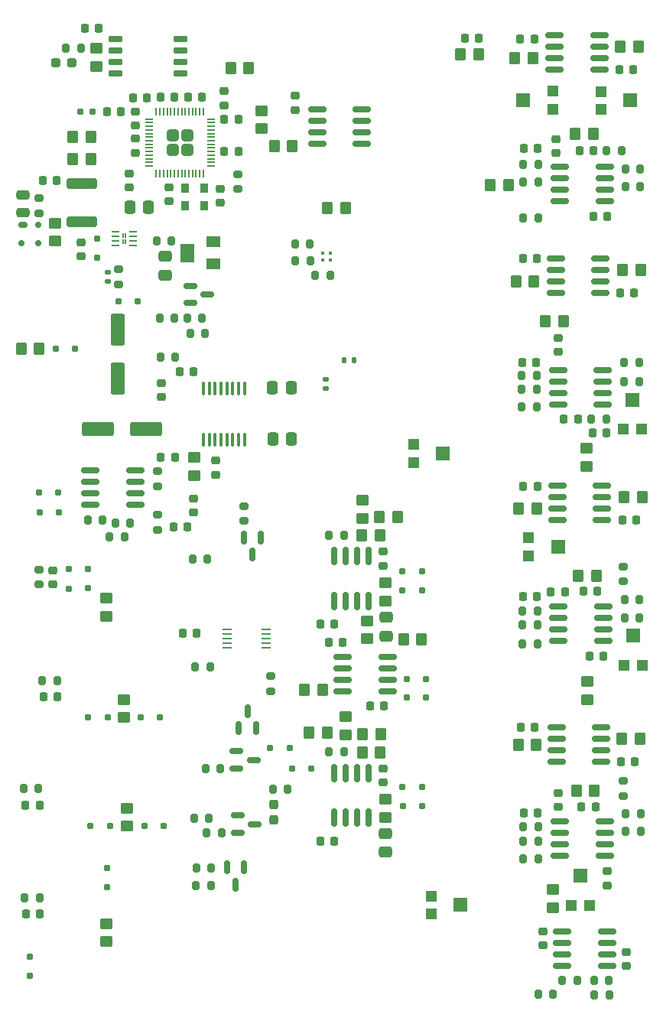
<source format=gbr>
%TF.GenerationSoftware,KiCad,Pcbnew,8.0.5*%
%TF.CreationDate,2025-01-26T22:40:45-08:00*%
%TF.ProjectId,main_board,6d61696e-5f62-46f6-9172-642e6b696361,1.0*%
%TF.SameCoordinates,Original*%
%TF.FileFunction,Paste,Bot*%
%TF.FilePolarity,Positive*%
%FSLAX46Y46*%
G04 Gerber Fmt 4.6, Leading zero omitted, Abs format (unit mm)*
G04 Created by KiCad (PCBNEW 8.0.5) date 2025-01-26 22:40:45*
%MOMM*%
%LPD*%
G01*
G04 APERTURE LIST*
G04 Aperture macros list*
%AMRoundRect*
0 Rectangle with rounded corners*
0 $1 Rounding radius*
0 $2 $3 $4 $5 $6 $7 $8 $9 X,Y pos of 4 corners*
0 Add a 4 corners polygon primitive as box body*
4,1,4,$2,$3,$4,$5,$6,$7,$8,$9,$2,$3,0*
0 Add four circle primitives for the rounded corners*
1,1,$1+$1,$2,$3*
1,1,$1+$1,$4,$5*
1,1,$1+$1,$6,$7*
1,1,$1+$1,$8,$9*
0 Add four rect primitives between the rounded corners*
20,1,$1+$1,$2,$3,$4,$5,0*
20,1,$1+$1,$4,$5,$6,$7,0*
20,1,$1+$1,$6,$7,$8,$9,0*
20,1,$1+$1,$8,$9,$2,$3,0*%
G04 Aperture macros list end*
%ADD10RoundRect,0.250000X0.350000X0.450000X-0.350000X0.450000X-0.350000X-0.450000X0.350000X-0.450000X0*%
%ADD11RoundRect,0.225000X-0.225000X-0.250000X0.225000X-0.250000X0.225000X0.250000X-0.225000X0.250000X0*%
%ADD12RoundRect,0.200000X-0.200000X-0.275000X0.200000X-0.275000X0.200000X0.275000X-0.200000X0.275000X0*%
%ADD13RoundRect,0.200000X0.200000X0.275000X-0.200000X0.275000X-0.200000X-0.275000X0.200000X-0.275000X0*%
%ADD14RoundRect,0.200000X0.275000X-0.200000X0.275000X0.200000X-0.275000X0.200000X-0.275000X-0.200000X0*%
%ADD15RoundRect,0.250000X0.337500X0.475000X-0.337500X0.475000X-0.337500X-0.475000X0.337500X-0.475000X0*%
%ADD16RoundRect,0.225000X0.250000X-0.225000X0.250000X0.225000X-0.250000X0.225000X-0.250000X-0.225000X0*%
%ADD17RoundRect,0.250000X-0.450000X0.350000X-0.450000X-0.350000X0.450000X-0.350000X0.450000X0.350000X0*%
%ADD18RoundRect,0.225000X0.225000X0.250000X-0.225000X0.250000X-0.225000X-0.250000X0.225000X-0.250000X0*%
%ADD19R,1.200000X1.200000*%
%ADD20R,1.500000X1.600000*%
%ADD21RoundRect,0.175000X-0.175000X-0.175000X0.175000X-0.175000X0.175000X0.175000X-0.175000X0.175000X0*%
%ADD22RoundRect,0.250000X-0.475000X0.337500X-0.475000X-0.337500X0.475000X-0.337500X0.475000X0.337500X0*%
%ADD23RoundRect,0.150000X0.825000X0.150000X-0.825000X0.150000X-0.825000X-0.150000X0.825000X-0.150000X0*%
%ADD24RoundRect,0.250000X-0.350000X-0.450000X0.350000X-0.450000X0.350000X0.450000X-0.350000X0.450000X0*%
%ADD25R,0.450000X0.450000*%
%ADD26RoundRect,0.225000X-0.250000X0.225000X-0.250000X-0.225000X0.250000X-0.225000X0.250000X0.225000X0*%
%ADD27RoundRect,0.060000X0.060000X0.180000X-0.060000X0.180000X-0.060000X-0.180000X0.060000X-0.180000X0*%
%ADD28RoundRect,0.062500X0.325000X0.062500X-0.325000X0.062500X-0.325000X-0.062500X0.325000X-0.062500X0*%
%ADD29RoundRect,0.237500X0.237500X-0.287500X0.237500X0.287500X-0.237500X0.287500X-0.237500X-0.287500X0*%
%ADD30RoundRect,0.175000X-0.175000X0.175000X-0.175000X-0.175000X0.175000X-0.175000X0.175000X0.175000X0*%
%ADD31R,1.100000X0.250000*%
%ADD32RoundRect,0.150000X-0.587500X-0.150000X0.587500X-0.150000X0.587500X0.150000X-0.587500X0.150000X0*%
%ADD33RoundRect,0.175000X-0.325000X0.175000X-0.325000X-0.175000X0.325000X-0.175000X0.325000X0.175000X0*%
%ADD34RoundRect,0.150000X-0.150000X0.200000X-0.150000X-0.200000X0.150000X-0.200000X0.150000X0.200000X0*%
%ADD35RoundRect,0.250000X0.450000X-0.350000X0.450000X0.350000X-0.450000X0.350000X-0.450000X-0.350000X0*%
%ADD36RoundRect,0.150000X-0.150000X0.825000X-0.150000X-0.825000X0.150000X-0.825000X0.150000X0.825000X0*%
%ADD37RoundRect,0.250000X0.475000X-0.250000X0.475000X0.250000X-0.475000X0.250000X-0.475000X-0.250000X0*%
%ADD38R,1.600000X1.300000*%
%ADD39R,1.600000X2.000000*%
%ADD40RoundRect,0.150000X0.650000X0.150000X-0.650000X0.150000X-0.650000X-0.150000X0.650000X-0.150000X0*%
%ADD41RoundRect,0.135000X0.185000X-0.135000X0.185000X0.135000X-0.185000X0.135000X-0.185000X-0.135000X0*%
%ADD42RoundRect,0.175000X0.175000X0.175000X-0.175000X0.175000X-0.175000X-0.175000X0.175000X-0.175000X0*%
%ADD43R,1.600000X1.500000*%
%ADD44RoundRect,0.200000X-0.275000X0.200000X-0.275000X-0.200000X0.275000X-0.200000X0.275000X0.200000X0*%
%ADD45RoundRect,0.250000X0.475000X-0.337500X0.475000X0.337500X-0.475000X0.337500X-0.475000X-0.337500X0*%
%ADD46RoundRect,0.162500X0.162500X0.187500X-0.162500X0.187500X-0.162500X-0.187500X0.162500X-0.187500X0*%
%ADD47RoundRect,0.135000X0.135000X0.185000X-0.135000X0.185000X-0.135000X-0.185000X0.135000X-0.185000X0*%
%ADD48RoundRect,0.250000X-0.550000X1.500000X-0.550000X-1.500000X0.550000X-1.500000X0.550000X1.500000X0*%
%ADD49RoundRect,0.150000X0.150000X-0.587500X0.150000X0.587500X-0.150000X0.587500X-0.150000X-0.587500X0*%
%ADD50RoundRect,0.100000X0.100000X-0.637500X0.100000X0.637500X-0.100000X0.637500X-0.100000X-0.637500X0*%
%ADD51RoundRect,0.175000X0.175000X-0.175000X0.175000X0.175000X-0.175000X0.175000X-0.175000X-0.175000X0*%
%ADD52RoundRect,0.237500X-0.287500X-0.237500X0.287500X-0.237500X0.287500X0.237500X-0.287500X0.237500X0*%
%ADD53RoundRect,0.249999X0.395001X0.395001X-0.395001X0.395001X-0.395001X-0.395001X0.395001X-0.395001X0*%
%ADD54RoundRect,0.050000X0.387500X0.050000X-0.387500X0.050000X-0.387500X-0.050000X0.387500X-0.050000X0*%
%ADD55RoundRect,0.050000X0.050000X0.387500X-0.050000X0.387500X-0.050000X-0.387500X0.050000X-0.387500X0*%
%ADD56RoundRect,0.150000X-0.150000X0.587500X-0.150000X-0.587500X0.150000X-0.587500X0.150000X0.587500X0*%
%ADD57RoundRect,0.150000X-0.825000X-0.150000X0.825000X-0.150000X0.825000X0.150000X-0.825000X0.150000X0*%
%ADD58R,0.900000X1.000000*%
%ADD59RoundRect,0.250000X1.450000X-0.312500X1.450000X0.312500X-1.450000X0.312500X-1.450000X-0.312500X0*%
%ADD60RoundRect,0.250000X-1.500000X-0.550000X1.500000X-0.550000X1.500000X0.550000X-1.500000X0.550000X0*%
G04 APERTURE END LIST*
D10*
X119660000Y-77710000D03*
X117660000Y-77710000D03*
D11*
X106515000Y-87910000D03*
X108065000Y-87910000D03*
D12*
X69425000Y-83000000D03*
X71075000Y-83000000D03*
D13*
X55025000Y-123150000D03*
X53375000Y-123150000D03*
D14*
X61850000Y-79305000D03*
X61850000Y-77655000D03*
D13*
X108095000Y-92860000D03*
X106445000Y-92860000D03*
D12*
X117845000Y-114225000D03*
X119495000Y-114225000D03*
D15*
X80917500Y-90730000D03*
X78842500Y-90730000D03*
D16*
X73550000Y-59460000D03*
X73550000Y-57910000D03*
D17*
X113620000Y-97460000D03*
X113620000Y-99460000D03*
D18*
X85700000Y-116910000D03*
X84150000Y-116910000D03*
D12*
X117955000Y-66495000D03*
X119605000Y-66495000D03*
D19*
X94505000Y-99050000D03*
D20*
X97755000Y-98050000D03*
D19*
X94505000Y-97050000D03*
D21*
X58715000Y-139250000D03*
X60865000Y-139250000D03*
D13*
X108195000Y-117025000D03*
X106545000Y-117025000D03*
D22*
X67000000Y-76212500D03*
X67000000Y-78287500D03*
D23*
X115445000Y-88805000D03*
X115445000Y-90075000D03*
X115445000Y-91345000D03*
X115445000Y-92615000D03*
X110495000Y-92615000D03*
X110495000Y-91345000D03*
X110495000Y-90075000D03*
X110495000Y-88805000D03*
D13*
X83030000Y-74800000D03*
X81380000Y-74800000D03*
D17*
X109880000Y-146290000D03*
X109880000Y-148290000D03*
D24*
X112700000Y-111530000D03*
X114700000Y-111530000D03*
D11*
X73550000Y-64600000D03*
X75100000Y-64600000D03*
D13*
X72100000Y-143900000D03*
X70450000Y-143900000D03*
D12*
X117985000Y-139860000D03*
X119635000Y-139860000D03*
D23*
X88775000Y-59895000D03*
X88775000Y-61165000D03*
X88775000Y-62435000D03*
X88775000Y-63705000D03*
X83825000Y-63705000D03*
X83825000Y-62435000D03*
X83825000Y-61165000D03*
X83825000Y-59895000D03*
D12*
X117795000Y-87960000D03*
X119445000Y-87960000D03*
D16*
X81360000Y-59990000D03*
X81360000Y-58440000D03*
D25*
X85240000Y-75840000D03*
X84470000Y-75840000D03*
X84470000Y-76610000D03*
X85240000Y-76610000D03*
D26*
X67450000Y-68525000D03*
X67450000Y-70075000D03*
D10*
X95390000Y-118630000D03*
X93390000Y-118630000D03*
D27*
X62625000Y-74535000D03*
X62625000Y-73935000D03*
X62325000Y-74535000D03*
X62325000Y-73935000D03*
D28*
X63437500Y-73485000D03*
X63437500Y-73985000D03*
X63437500Y-74485000D03*
X63437500Y-74985000D03*
X61512500Y-74985000D03*
X61512500Y-74485000D03*
X61512500Y-73985000D03*
X61512500Y-73485000D03*
D23*
X115920000Y-150950000D03*
X115920000Y-152220000D03*
X115920000Y-153490000D03*
X115920000Y-154760000D03*
X110970000Y-154760000D03*
X110970000Y-153490000D03*
X110970000Y-152220000D03*
X110970000Y-150950000D03*
D13*
X108275000Y-139360000D03*
X106625000Y-139360000D03*
X108095000Y-90910000D03*
X106445000Y-90910000D03*
D29*
X79000000Y-138600000D03*
X79000000Y-136850000D03*
D16*
X110500000Y-137160000D03*
X110500000Y-135610000D03*
D30*
X59460000Y-74215000D03*
X59460000Y-76365000D03*
D31*
X78165000Y-117490000D03*
X78165000Y-117990000D03*
X78165000Y-118490000D03*
X78165000Y-118990000D03*
X78165000Y-119490000D03*
X73865000Y-119490000D03*
X73865000Y-118990000D03*
X73865000Y-118490000D03*
X73865000Y-117990000D03*
X73865000Y-117490000D03*
D15*
X65137500Y-70800000D03*
X63062500Y-70800000D03*
D17*
X59345000Y-53150000D03*
X59345000Y-55150000D03*
D23*
X115635000Y-138755000D03*
X115635000Y-140025000D03*
X115635000Y-141295000D03*
X115635000Y-142565000D03*
X110685000Y-142565000D03*
X110685000Y-141295000D03*
X110685000Y-140025000D03*
X110685000Y-138755000D03*
D13*
X108195000Y-119075000D03*
X106545000Y-119075000D03*
X73225000Y-140000000D03*
X71575000Y-140000000D03*
D32*
X74900000Y-132900000D03*
X74900000Y-131000000D03*
X76775000Y-131950000D03*
D11*
X69530000Y-58600000D03*
X71080000Y-58600000D03*
X106595000Y-113870000D03*
X108145000Y-113870000D03*
D19*
X107245000Y-109330000D03*
D20*
X110495000Y-108330000D03*
D19*
X107245000Y-107330000D03*
D21*
X93295000Y-137035000D03*
X95445000Y-137035000D03*
D24*
X99710000Y-53800000D03*
X101710000Y-53800000D03*
D16*
X54570000Y-112525000D03*
X54570000Y-110975000D03*
D11*
X67925000Y-106120000D03*
X69475000Y-106120000D03*
D33*
X51240000Y-72750000D03*
D34*
X52940000Y-72750000D03*
X52940000Y-74750000D03*
X51040000Y-74750000D03*
D13*
X115815000Y-94220000D03*
X114165000Y-94220000D03*
D11*
X113075000Y-137130000D03*
X114625000Y-137130000D03*
D35*
X62770000Y-139270000D03*
X62770000Y-137270000D03*
D13*
X108275000Y-67980000D03*
X106625000Y-67980000D03*
D11*
X66495000Y-58590000D03*
X68045000Y-58590000D03*
D13*
X109915000Y-157890000D03*
X108265000Y-157890000D03*
D23*
X91620000Y-120550000D03*
X91620000Y-121820000D03*
X91620000Y-123090000D03*
X91620000Y-124360000D03*
X86670000Y-124360000D03*
X86670000Y-123090000D03*
X86670000Y-121820000D03*
X86670000Y-120550000D03*
X115495000Y-114970000D03*
X115495000Y-116240000D03*
X115495000Y-117510000D03*
X115495000Y-118780000D03*
X110545000Y-118780000D03*
X110545000Y-117510000D03*
X110545000Y-116240000D03*
X110545000Y-114970000D03*
D30*
X60530000Y-143875000D03*
X60530000Y-146025000D03*
D10*
X105000000Y-68320000D03*
X103000000Y-68320000D03*
D21*
X54875000Y-86450000D03*
X57025000Y-86450000D03*
D23*
X115280000Y-128340000D03*
X115280000Y-129610000D03*
X115280000Y-130880000D03*
X115280000Y-132150000D03*
X110330000Y-132150000D03*
X110330000Y-130880000D03*
X110330000Y-129610000D03*
X110330000Y-128340000D03*
X115200000Y-76450000D03*
X115200000Y-77720000D03*
X115200000Y-78990000D03*
X115200000Y-80260000D03*
X110250000Y-80260000D03*
X110250000Y-78990000D03*
X110250000Y-77720000D03*
X110250000Y-76450000D03*
D16*
X91150000Y-134420000D03*
X91150000Y-132870000D03*
D11*
X112840000Y-64520000D03*
X114390000Y-64520000D03*
D13*
X108285000Y-140910000D03*
X106635000Y-140910000D03*
D36*
X85710000Y-133380000D03*
X86980000Y-133380000D03*
X88250000Y-133380000D03*
X89520000Y-133380000D03*
X89520000Y-138330000D03*
X88250000Y-138330000D03*
X86980000Y-138330000D03*
X85710000Y-138330000D03*
D18*
X119185000Y-105410000D03*
X117635000Y-105410000D03*
X108235000Y-64230000D03*
X106685000Y-64230000D03*
D13*
X53075000Y-147200000D03*
X51425000Y-147200000D03*
D11*
X113975000Y-120470000D03*
X115525000Y-120470000D03*
D13*
X68010000Y-83010000D03*
X66360000Y-83010000D03*
D12*
X117795000Y-90060000D03*
X119445000Y-90060000D03*
D37*
X51260000Y-71330000D03*
X51260000Y-69430000D03*
D38*
X72350000Y-74550000D03*
D39*
X69450000Y-75800000D03*
D38*
X72350000Y-77050000D03*
D16*
X115890000Y-145825000D03*
X115890000Y-144275000D03*
D15*
X80987500Y-96400000D03*
X78912500Y-96400000D03*
D40*
X68720000Y-52155000D03*
X68720000Y-53425000D03*
X68720000Y-54695000D03*
X68720000Y-55965000D03*
X61520000Y-55965000D03*
X61520000Y-54695000D03*
X61520000Y-53425000D03*
X61520000Y-52155000D03*
D26*
X108800000Y-150950000D03*
X108800000Y-152500000D03*
D16*
X63650000Y-64725000D03*
X63650000Y-63175000D03*
D11*
X113290000Y-113300000D03*
X114840000Y-113300000D03*
D13*
X68090000Y-87380000D03*
X66440000Y-87380000D03*
D12*
X117955000Y-68495000D03*
X119605000Y-68495000D03*
D35*
X60450000Y-116040000D03*
X60450000Y-114040000D03*
D18*
X59630000Y-50950000D03*
X58080000Y-50950000D03*
D13*
X83040000Y-76690000D03*
X81390000Y-76690000D03*
D35*
X91360000Y-114370000D03*
X91360000Y-112370000D03*
D10*
X119800000Y-102880000D03*
X117800000Y-102880000D03*
D13*
X67675000Y-74500000D03*
X66025000Y-74500000D03*
D41*
X60600000Y-78990000D03*
X60600000Y-77970000D03*
D21*
X61825000Y-81150000D03*
X63975000Y-81150000D03*
D11*
X73550000Y-61000000D03*
X75100000Y-61000000D03*
D35*
X91340000Y-138330000D03*
X91340000Y-136330000D03*
D23*
X115070000Y-51695000D03*
X115070000Y-52965000D03*
X115070000Y-54235000D03*
X115070000Y-55505000D03*
X110120000Y-55505000D03*
X110120000Y-54235000D03*
X110120000Y-52965000D03*
X110120000Y-51695000D03*
D41*
X84790000Y-90800000D03*
X84790000Y-89780000D03*
D42*
X95395000Y-134980000D03*
X93245000Y-134980000D03*
D13*
X108115000Y-89410000D03*
X106465000Y-89410000D03*
D19*
X119780000Y-121440000D03*
D43*
X118780000Y-118190000D03*
D19*
X117780000Y-121440000D03*
D44*
X66100000Y-104825000D03*
X66100000Y-106475000D03*
D45*
X91450000Y-118235000D03*
X91450000Y-116160000D03*
D21*
X58465000Y-127230000D03*
X60615000Y-127230000D03*
D18*
X101710000Y-52020000D03*
X100160000Y-52020000D03*
D46*
X58945000Y-60210000D03*
X57595000Y-60210000D03*
D11*
X89665000Y-125970000D03*
X91215000Y-125970000D03*
D47*
X87860000Y-87680000D03*
X86840000Y-87680000D03*
D48*
X61750000Y-84325000D03*
X61750000Y-89725000D03*
D35*
X70200000Y-100450000D03*
X70200000Y-98450000D03*
D16*
X57690000Y-76175000D03*
X57690000Y-74625000D03*
D35*
X77650000Y-62075000D03*
X77650000Y-60075000D03*
D30*
X52020000Y-153740000D03*
X52020000Y-155890000D03*
D24*
X82910000Y-128950000D03*
X84910000Y-128950000D03*
X88810000Y-131090000D03*
X90810000Y-131090000D03*
D26*
X63650000Y-60150000D03*
X63650000Y-61700000D03*
D18*
X62120000Y-60200000D03*
X60570000Y-60200000D03*
D49*
X77050000Y-128437500D03*
X75150000Y-128437500D03*
X76100000Y-126562500D03*
D12*
X61450000Y-105725000D03*
X63100000Y-105725000D03*
D16*
X110240000Y-64765000D03*
X110240000Y-63215000D03*
D12*
X117985000Y-137910000D03*
X119635000Y-137910000D03*
D13*
X108185000Y-115430000D03*
X106535000Y-115430000D03*
D23*
X115655000Y-66290000D03*
X115655000Y-67560000D03*
X115655000Y-68830000D03*
X115655000Y-70100000D03*
X110705000Y-70100000D03*
X110705000Y-68830000D03*
X110705000Y-67560000D03*
X110705000Y-66290000D03*
D18*
X118925000Y-80250000D03*
X117375000Y-80250000D03*
D35*
X54780000Y-74510000D03*
X54780000Y-72510000D03*
D50*
X75775000Y-96512500D03*
X75125000Y-96512500D03*
X74475000Y-96512500D03*
X73825000Y-96512500D03*
X73175000Y-96512500D03*
X72525000Y-96512500D03*
X71875000Y-96512500D03*
X71225000Y-96512500D03*
X71225000Y-90787500D03*
X71875000Y-90787500D03*
X72525000Y-90787500D03*
X73175000Y-90787500D03*
X73825000Y-90787500D03*
X74475000Y-90787500D03*
X75125000Y-90787500D03*
X75775000Y-90787500D03*
D35*
X86980000Y-129190000D03*
X86980000Y-127190000D03*
D18*
X118815000Y-55510000D03*
X117265000Y-55510000D03*
D17*
X113700000Y-123260000D03*
X113700000Y-125260000D03*
D24*
X90690000Y-105040000D03*
X92690000Y-105040000D03*
D13*
X116140000Y-158010000D03*
X114490000Y-158010000D03*
D19*
X115245000Y-59940000D03*
D20*
X118495000Y-58940000D03*
D19*
X115245000Y-57940000D03*
D11*
X114385000Y-71760000D03*
X115935000Y-71760000D03*
D18*
X107870000Y-128340000D03*
X106320000Y-128340000D03*
D12*
X115855000Y-64520000D03*
X117505000Y-64520000D03*
D19*
X109890000Y-57900000D03*
D20*
X106640000Y-58900000D03*
D19*
X109890000Y-59900000D03*
D36*
X85710000Y-109405000D03*
X86980000Y-109405000D03*
X88250000Y-109405000D03*
X89520000Y-109405000D03*
X89520000Y-114355000D03*
X88250000Y-114355000D03*
X86980000Y-114355000D03*
X85710000Y-114355000D03*
D13*
X85250000Y-78300000D03*
X83600000Y-78300000D03*
D42*
X95900000Y-125050000D03*
X93750000Y-125050000D03*
D10*
X76240000Y-55330000D03*
X74240000Y-55330000D03*
D18*
X68065000Y-98470000D03*
X66515000Y-98470000D03*
D12*
X70305000Y-121660000D03*
X71955000Y-121660000D03*
D11*
X111130000Y-94230000D03*
X112680000Y-94230000D03*
X109685000Y-113340000D03*
X111235000Y-113340000D03*
D10*
X90790000Y-107080000D03*
X88790000Y-107080000D03*
D42*
X55212500Y-104550000D03*
X53062500Y-104550000D03*
D10*
X86940000Y-70820000D03*
X84940000Y-70820000D03*
D51*
X58440000Y-112932500D03*
X58440000Y-110782500D03*
D42*
X95900000Y-122980000D03*
X93750000Y-122980000D03*
D19*
X113960000Y-148030000D03*
D43*
X112960000Y-144780000D03*
D19*
X111960000Y-148030000D03*
D11*
X51525000Y-137000000D03*
X53075000Y-137000000D03*
X51575000Y-149030000D03*
X53125000Y-149030000D03*
D16*
X91140000Y-110430000D03*
X91140000Y-108880000D03*
D44*
X117710000Y-134265000D03*
X117710000Y-135915000D03*
D26*
X73050000Y-68725000D03*
X73050000Y-70275000D03*
D10*
X114370000Y-62610000D03*
X112370000Y-62610000D03*
D18*
X85700000Y-140940000D03*
X84150000Y-140940000D03*
D14*
X66100000Y-101625000D03*
X66100000Y-99975000D03*
D13*
X60070000Y-105370000D03*
X58420000Y-105370000D03*
D12*
X60835000Y-107260000D03*
X62485000Y-107260000D03*
D21*
X64287500Y-127250000D03*
X66437500Y-127250000D03*
D18*
X86650000Y-118900000D03*
X85100000Y-118900000D03*
D12*
X56020000Y-53150000D03*
X57670000Y-53150000D03*
D24*
X79070000Y-63960000D03*
X81070000Y-63960000D03*
D18*
X119005000Y-132140000D03*
X117455000Y-132140000D03*
D14*
X75700000Y-105500000D03*
X75700000Y-103850000D03*
D12*
X110965000Y-156390000D03*
X112615000Y-156390000D03*
D24*
X56765000Y-65425000D03*
X58765000Y-65425000D03*
D11*
X106685000Y-137830000D03*
X108235000Y-137830000D03*
D18*
X70465000Y-117960000D03*
X68915000Y-117960000D03*
D16*
X110470000Y-86785000D03*
X110470000Y-85235000D03*
D13*
X116135000Y-156390000D03*
X114485000Y-156390000D03*
D14*
X53000000Y-71425000D03*
X53000000Y-69775000D03*
D21*
X93277500Y-113170000D03*
X95427500Y-113170000D03*
D13*
X73125000Y-132900000D03*
X71475000Y-132900000D03*
X86795000Y-131080000D03*
X85145000Y-131080000D03*
D42*
X95402500Y-111080000D03*
X93252500Y-111080000D03*
D18*
X54985000Y-67840000D03*
X53435000Y-67840000D03*
D44*
X53050000Y-110875000D03*
X53050000Y-112525000D03*
D18*
X64950000Y-58670000D03*
X63400000Y-58670000D03*
D10*
X111080000Y-83400000D03*
X109080000Y-83400000D03*
D52*
X54895000Y-54780000D03*
X56645000Y-54780000D03*
D11*
X114275000Y-95760000D03*
X115825000Y-95760000D03*
D12*
X70175000Y-138410000D03*
X71825000Y-138410000D03*
X106625000Y-65980000D03*
X108275000Y-65980000D03*
D53*
X69412500Y-64400000D03*
X69412500Y-62800000D03*
X67812500Y-64400000D03*
X67812500Y-62800000D03*
D54*
X72050000Y-61000000D03*
X72050000Y-61400000D03*
X72050000Y-61800000D03*
X72050000Y-62200000D03*
X72050000Y-62600000D03*
X72050000Y-63000000D03*
X72050000Y-63400000D03*
X72050000Y-63800000D03*
X72050000Y-64200000D03*
X72050000Y-64600000D03*
X72050000Y-65000000D03*
X72050000Y-65400000D03*
X72050000Y-65800000D03*
X72050000Y-66200000D03*
D55*
X71212500Y-67037500D03*
X70812500Y-67037500D03*
X70412500Y-67037500D03*
X70012500Y-67037500D03*
X69612500Y-67037500D03*
X69212500Y-67037500D03*
X68812500Y-67037500D03*
X68412500Y-67037500D03*
X68012500Y-67037500D03*
X67612500Y-67037500D03*
X67212500Y-67037500D03*
X66812500Y-67037500D03*
X66412500Y-67037500D03*
X66012500Y-67037500D03*
D54*
X65175000Y-66200000D03*
X65175000Y-65800000D03*
X65175000Y-65400000D03*
X65175000Y-65000000D03*
X65175000Y-64600000D03*
X65175000Y-64200000D03*
X65175000Y-63800000D03*
X65175000Y-63400000D03*
X65175000Y-63000000D03*
X65175000Y-62600000D03*
X65175000Y-62200000D03*
X65175000Y-61800000D03*
X65175000Y-61400000D03*
X65175000Y-61000000D03*
D55*
X66012500Y-60162500D03*
X66412500Y-60162500D03*
X66812500Y-60162500D03*
X67212500Y-60162500D03*
X67612500Y-60162500D03*
X68012500Y-60162500D03*
X68412500Y-60162500D03*
X68812500Y-60162500D03*
X69212500Y-60162500D03*
X69612500Y-60162500D03*
X70012500Y-60162500D03*
X70412500Y-60162500D03*
X70812500Y-60162500D03*
X71212500Y-60162500D03*
D24*
X88840000Y-129100000D03*
X90840000Y-129100000D03*
D19*
X119740000Y-95345000D03*
D43*
X118740000Y-92095000D03*
D19*
X117740000Y-95345000D03*
D14*
X75010000Y-68730000D03*
X75010000Y-67080000D03*
D56*
X75700000Y-107300000D03*
X77600000Y-107300000D03*
X76650000Y-109175000D03*
D21*
X53025000Y-102350000D03*
X55175000Y-102350000D03*
D12*
X117845000Y-116225000D03*
X119495000Y-116225000D03*
D24*
X82440000Y-124200000D03*
X84440000Y-124200000D03*
D23*
X115350000Y-101600000D03*
X115350000Y-102870000D03*
X115350000Y-104140000D03*
X115350000Y-105410000D03*
X110400000Y-105410000D03*
X110400000Y-104140000D03*
X110400000Y-102870000D03*
X110400000Y-101600000D03*
D13*
X108265000Y-71960000D03*
X106615000Y-71960000D03*
D30*
X56330000Y-110847500D03*
X56330000Y-112997500D03*
D18*
X70155000Y-88940000D03*
X68605000Y-88940000D03*
D57*
X58725000Y-103655000D03*
X58725000Y-102385000D03*
X58725000Y-101115000D03*
X58725000Y-99845000D03*
X63675000Y-99845000D03*
X63675000Y-101115000D03*
X63675000Y-102385000D03*
X63675000Y-103655000D03*
D35*
X62450000Y-127250000D03*
X62450000Y-125250000D03*
D32*
X69762500Y-81350000D03*
X69762500Y-79450000D03*
X71637500Y-80400000D03*
D17*
X89340000Y-116540000D03*
X89340000Y-118540000D03*
D56*
X73850000Y-143862500D03*
X75750000Y-143862500D03*
X74800000Y-145737500D03*
D35*
X60450000Y-152060000D03*
X60450000Y-150060000D03*
D13*
X71425000Y-84750000D03*
X69775000Y-84750000D03*
D44*
X117720000Y-110515000D03*
X117720000Y-112165000D03*
D42*
X83185000Y-132890000D03*
X81035000Y-132890000D03*
D18*
X108135000Y-76440000D03*
X106585000Y-76440000D03*
D24*
X106080000Y-130295000D03*
X108080000Y-130295000D03*
X106100000Y-104130000D03*
X108100000Y-104130000D03*
D12*
X70035000Y-109680000D03*
X71685000Y-109680000D03*
D10*
X119380000Y-52970000D03*
X117380000Y-52970000D03*
D18*
X108200000Y-101630000D03*
X106650000Y-101630000D03*
D13*
X86795000Y-107070000D03*
X85145000Y-107070000D03*
D16*
X70150000Y-104575000D03*
X70150000Y-103025000D03*
D58*
X71300000Y-70575000D03*
X69200000Y-70575000D03*
X69200000Y-68675000D03*
X71300000Y-68675000D03*
D14*
X78700000Y-124325000D03*
X78700000Y-122675000D03*
D24*
X105825000Y-79005000D03*
X107825000Y-79005000D03*
X112520000Y-135370000D03*
X114520000Y-135370000D03*
D26*
X62970000Y-67035000D03*
X62970000Y-68585000D03*
D11*
X53525000Y-124950000D03*
X55075000Y-124950000D03*
D24*
X51050000Y-86450000D03*
X53050000Y-86450000D03*
D26*
X118050000Y-153200000D03*
X118050000Y-154750000D03*
D18*
X107860000Y-52170000D03*
X106310000Y-52170000D03*
D19*
X96425000Y-149010000D03*
D20*
X99675000Y-148010000D03*
D19*
X96425000Y-147010000D03*
D13*
X80535000Y-135200000D03*
X78885000Y-135200000D03*
D12*
X70395000Y-145820000D03*
X72045000Y-145820000D03*
D13*
X108285000Y-142860000D03*
X106635000Y-142860000D03*
D10*
X119550000Y-129610000D03*
X117550000Y-129610000D03*
D45*
X91350000Y-142175000D03*
X91350000Y-140100000D03*
D13*
X52975000Y-135150000D03*
X51325000Y-135150000D03*
D26*
X72550000Y-98825000D03*
X72550000Y-100375000D03*
D24*
X105720000Y-54225000D03*
X107720000Y-54225000D03*
D59*
X57760000Y-72390000D03*
X57760000Y-68115000D03*
D21*
X64685000Y-139260000D03*
X66835000Y-139260000D03*
D32*
X75000000Y-140000000D03*
X75000000Y-138100000D03*
X76875000Y-139050000D03*
D35*
X88800000Y-105190000D03*
X88800000Y-103190000D03*
D60*
X59500000Y-95350000D03*
X64900000Y-95350000D03*
D24*
X56740000Y-62950000D03*
X58740000Y-62950000D03*
D26*
X66575000Y-90225000D03*
X66575000Y-91775000D03*
D42*
X80752500Y-130610000D03*
X78602500Y-130610000D03*
M02*

</source>
